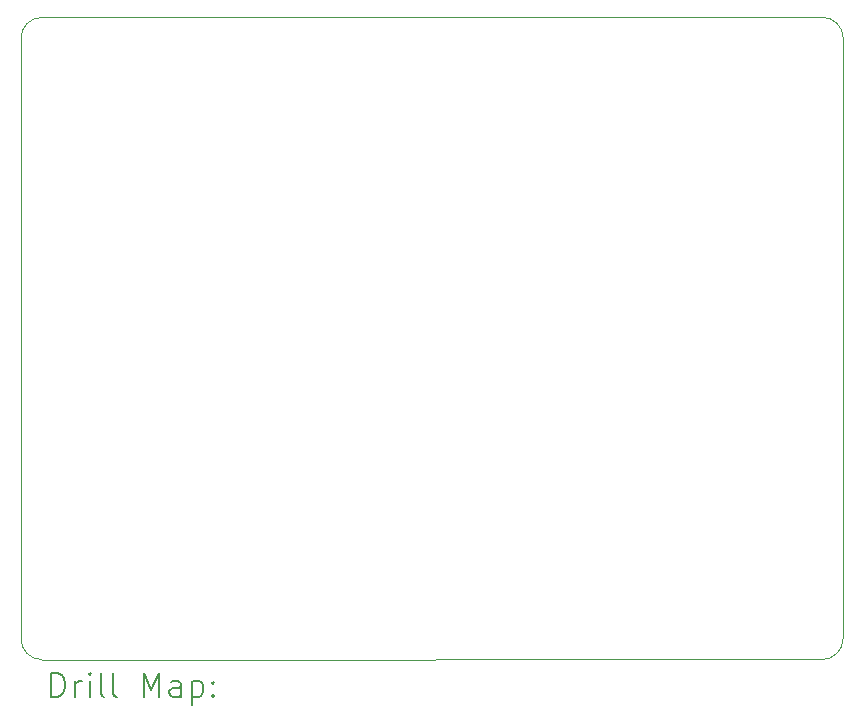
<source format=gbr>
%TF.GenerationSoftware,KiCad,Pcbnew,8.0.3*%
%TF.CreationDate,2024-06-17T22:45:59+08:00*%
%TF.ProjectId,uno_car,756e6f5f-6361-4722-9e6b-696361645f70,v1.0.2*%
%TF.SameCoordinates,Original*%
%TF.FileFunction,Drillmap*%
%TF.FilePolarity,Positive*%
%FSLAX45Y45*%
G04 Gerber Fmt 4.5, Leading zero omitted, Abs format (unit mm)*
G04 Created by KiCad (PCBNEW 8.0.3) date 2024-06-17 22:45:59*
%MOMM*%
%LPD*%
G01*
G04 APERTURE LIST*
%ADD10C,0.050000*%
%ADD11C,0.200000*%
G04 APERTURE END LIST*
D10*
X14349724Y-10213353D02*
X20956276Y-10212076D01*
X21134076Y-10034276D02*
X21134076Y-4951724D01*
X20956276Y-4773924D02*
G75*
G02*
X21134076Y-4951724I4J-177796D01*
G01*
X14349724Y-10213353D02*
G75*
G02*
X14171917Y-10035553I-4J177803D01*
G01*
X14349724Y-4775200D02*
X20956276Y-4773924D01*
X14171924Y-4953000D02*
X14171924Y-10035553D01*
X14171924Y-4953000D02*
G75*
G02*
X14349724Y-4775204I177796J0D01*
G01*
X21134076Y-10034276D02*
G75*
G02*
X20956276Y-10212076I-177796J-4D01*
G01*
D11*
X14430200Y-10527337D02*
X14430200Y-10327337D01*
X14430200Y-10327337D02*
X14477819Y-10327337D01*
X14477819Y-10327337D02*
X14506391Y-10336860D01*
X14506391Y-10336860D02*
X14525438Y-10355908D01*
X14525438Y-10355908D02*
X14534962Y-10374956D01*
X14534962Y-10374956D02*
X14544486Y-10413051D01*
X14544486Y-10413051D02*
X14544486Y-10441622D01*
X14544486Y-10441622D02*
X14534962Y-10479718D01*
X14534962Y-10479718D02*
X14525438Y-10498765D01*
X14525438Y-10498765D02*
X14506391Y-10517813D01*
X14506391Y-10517813D02*
X14477819Y-10527337D01*
X14477819Y-10527337D02*
X14430200Y-10527337D01*
X14630200Y-10527337D02*
X14630200Y-10394003D01*
X14630200Y-10432099D02*
X14639724Y-10413051D01*
X14639724Y-10413051D02*
X14649248Y-10403527D01*
X14649248Y-10403527D02*
X14668296Y-10394003D01*
X14668296Y-10394003D02*
X14687343Y-10394003D01*
X14754010Y-10527337D02*
X14754010Y-10394003D01*
X14754010Y-10327337D02*
X14744486Y-10336860D01*
X14744486Y-10336860D02*
X14754010Y-10346384D01*
X14754010Y-10346384D02*
X14763534Y-10336860D01*
X14763534Y-10336860D02*
X14754010Y-10327337D01*
X14754010Y-10327337D02*
X14754010Y-10346384D01*
X14877819Y-10527337D02*
X14858772Y-10517813D01*
X14858772Y-10517813D02*
X14849248Y-10498765D01*
X14849248Y-10498765D02*
X14849248Y-10327337D01*
X14982581Y-10527337D02*
X14963534Y-10517813D01*
X14963534Y-10517813D02*
X14954010Y-10498765D01*
X14954010Y-10498765D02*
X14954010Y-10327337D01*
X15211153Y-10527337D02*
X15211153Y-10327337D01*
X15211153Y-10327337D02*
X15277819Y-10470194D01*
X15277819Y-10470194D02*
X15344486Y-10327337D01*
X15344486Y-10327337D02*
X15344486Y-10527337D01*
X15525438Y-10527337D02*
X15525438Y-10422575D01*
X15525438Y-10422575D02*
X15515915Y-10403527D01*
X15515915Y-10403527D02*
X15496867Y-10394003D01*
X15496867Y-10394003D02*
X15458772Y-10394003D01*
X15458772Y-10394003D02*
X15439724Y-10403527D01*
X15525438Y-10517813D02*
X15506391Y-10527337D01*
X15506391Y-10527337D02*
X15458772Y-10527337D01*
X15458772Y-10527337D02*
X15439724Y-10517813D01*
X15439724Y-10517813D02*
X15430200Y-10498765D01*
X15430200Y-10498765D02*
X15430200Y-10479718D01*
X15430200Y-10479718D02*
X15439724Y-10460670D01*
X15439724Y-10460670D02*
X15458772Y-10451146D01*
X15458772Y-10451146D02*
X15506391Y-10451146D01*
X15506391Y-10451146D02*
X15525438Y-10441622D01*
X15620677Y-10394003D02*
X15620677Y-10594003D01*
X15620677Y-10403527D02*
X15639724Y-10394003D01*
X15639724Y-10394003D02*
X15677819Y-10394003D01*
X15677819Y-10394003D02*
X15696867Y-10403527D01*
X15696867Y-10403527D02*
X15706391Y-10413051D01*
X15706391Y-10413051D02*
X15715915Y-10432099D01*
X15715915Y-10432099D02*
X15715915Y-10489241D01*
X15715915Y-10489241D02*
X15706391Y-10508289D01*
X15706391Y-10508289D02*
X15696867Y-10517813D01*
X15696867Y-10517813D02*
X15677819Y-10527337D01*
X15677819Y-10527337D02*
X15639724Y-10527337D01*
X15639724Y-10527337D02*
X15620677Y-10517813D01*
X15801629Y-10508289D02*
X15811153Y-10517813D01*
X15811153Y-10517813D02*
X15801629Y-10527337D01*
X15801629Y-10527337D02*
X15792105Y-10517813D01*
X15792105Y-10517813D02*
X15801629Y-10508289D01*
X15801629Y-10508289D02*
X15801629Y-10527337D01*
X15801629Y-10403527D02*
X15811153Y-10413051D01*
X15811153Y-10413051D02*
X15801629Y-10422575D01*
X15801629Y-10422575D02*
X15792105Y-10413051D01*
X15792105Y-10413051D02*
X15801629Y-10403527D01*
X15801629Y-10403527D02*
X15801629Y-10422575D01*
M02*

</source>
